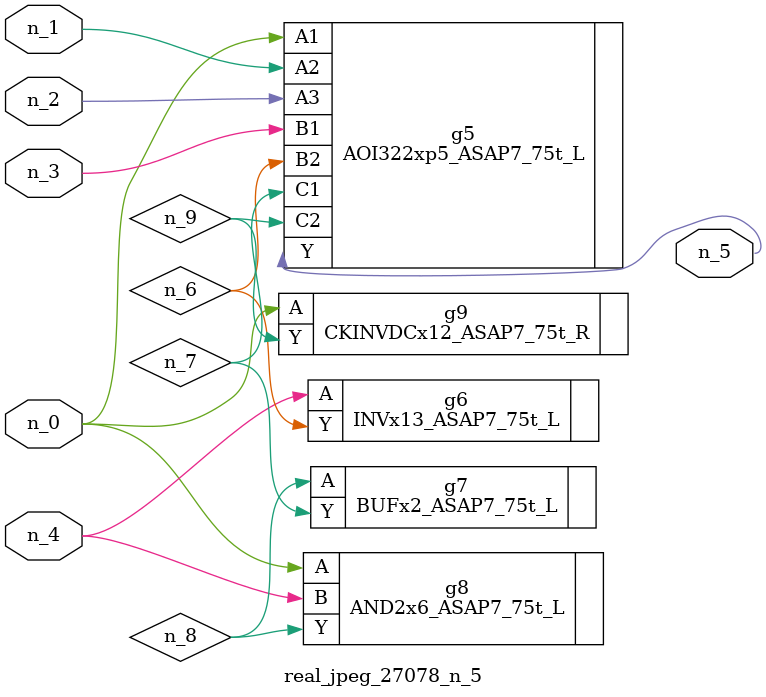
<source format=v>
module real_jpeg_27078_n_5 (n_4, n_0, n_1, n_2, n_3, n_5);

input n_4;
input n_0;
input n_1;
input n_2;
input n_3;

output n_5;

wire n_8;
wire n_6;
wire n_7;
wire n_9;

AOI322xp5_ASAP7_75t_L g5 ( 
.A1(n_0),
.A2(n_1),
.A3(n_2),
.B1(n_3),
.B2(n_6),
.C1(n_7),
.C2(n_9),
.Y(n_5)
);

AND2x6_ASAP7_75t_L g8 ( 
.A(n_0),
.B(n_4),
.Y(n_8)
);

CKINVDCx12_ASAP7_75t_R g9 ( 
.A(n_0),
.Y(n_9)
);

INVx13_ASAP7_75t_L g6 ( 
.A(n_4),
.Y(n_6)
);

BUFx2_ASAP7_75t_L g7 ( 
.A(n_8),
.Y(n_7)
);


endmodule
</source>
